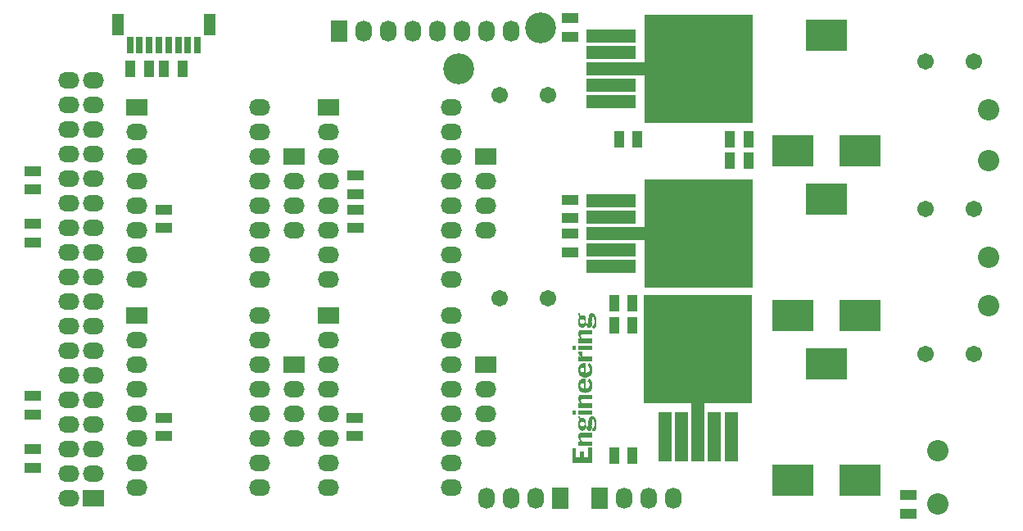
<source format=gts>
G04 Layer_Color=8388736*
%FSLAX44Y44*%
%MOMM*%
G71*
G01*
G75*
%ADD44R,1.8032X1.0032*%
%ADD45R,4.2032X3.2032*%
%ADD46R,1.0032X1.8032*%
%ADD47R,11.2032X11.2032*%
%ADD48R,1.4032X5.2032*%
%ADD49R,1.4032X8.2032*%
%ADD50R,11.2032X11.2032*%
%ADD51R,5.2032X1.4032*%
%ADD52R,8.2032X1.4032*%
%ADD53R,1.2032X2.2032*%
%ADD54R,0.8032X1.8032*%
%ADD55C,2.2032*%
%ADD56C,3.2032*%
%ADD57C,1.7032*%
%ADD58R,2.2032X1.7032*%
%ADD59O,2.2032X1.7032*%
%ADD60R,1.7032X2.2032*%
%ADD61O,1.7032X2.2032*%
G36*
X842532Y378746D02*
X833368D01*
Y378348D01*
X832172D01*
Y377949D01*
X831774D01*
Y377551D01*
X831375D01*
Y375957D01*
X831774D01*
Y375160D01*
X832172D01*
Y374762D01*
X832571D01*
Y374363D01*
X842532D01*
Y369581D01*
X828586D01*
Y374363D01*
X830180D01*
Y373965D01*
X830579D01*
Y374762D01*
X830180D01*
Y375558D01*
X829781D01*
Y375957D01*
X829383D01*
Y376355D01*
X828985D01*
Y377152D01*
X828586D01*
Y378348D01*
X828188D01*
Y380340D01*
X828586D01*
Y381535D01*
X828985D01*
Y381934D01*
X829383D01*
Y382332D01*
X829781D01*
Y382731D01*
X830579D01*
Y383129D01*
X842532D01*
Y378746D01*
D02*
G37*
G36*
Y362409D02*
X828586D01*
Y367191D01*
X842532D01*
Y362409D01*
D02*
G37*
G36*
X836555Y405841D02*
X838149D01*
Y406240D01*
X838548D01*
Y406638D01*
X839345D01*
Y407037D01*
X839743D01*
Y407834D01*
X840142D01*
Y411021D01*
X839743D01*
Y411818D01*
X839345D01*
Y412217D01*
X838946D01*
Y412615D01*
X838548D01*
Y413014D01*
X838149D01*
Y413412D01*
X838548D01*
Y414209D01*
X838946D01*
Y415006D01*
X839345D01*
Y415803D01*
X840142D01*
Y415405D01*
X840540D01*
Y415006D01*
X840938D01*
Y414608D01*
X841337D01*
Y414209D01*
X841735D01*
Y413412D01*
X842134D01*
Y412615D01*
X842532D01*
Y411420D01*
X842931D01*
Y405841D01*
X842532D01*
Y405045D01*
X842134D01*
Y404248D01*
X841735D01*
Y403451D01*
X841337D01*
Y403052D01*
X840938D01*
Y402654D01*
X840540D01*
Y402255D01*
X839743D01*
Y401857D01*
X838946D01*
Y401458D01*
X837751D01*
Y401060D01*
X833368D01*
Y401458D01*
X832172D01*
Y401857D01*
X831774D01*
Y402255D01*
X830977D01*
Y402654D01*
X830579D01*
Y403052D01*
X830180D01*
Y403451D01*
X829781D01*
Y403849D01*
X829383D01*
Y404646D01*
X828985D01*
Y405443D01*
X828586D01*
Y407037D01*
X828188D01*
Y410224D01*
X828586D01*
Y411818D01*
X828985D01*
Y412615D01*
X829383D01*
Y413412D01*
X829781D01*
Y413811D01*
X830180D01*
Y414209D01*
X830579D01*
Y414608D01*
X831375D01*
Y415006D01*
X831774D01*
Y415405D01*
X832969D01*
Y415803D01*
X834961D01*
Y416201D01*
X836555D01*
Y405841D01*
D02*
G37*
G36*
X839743Y399466D02*
X840142D01*
Y399068D01*
X840540D01*
Y398669D01*
X840938D01*
Y398271D01*
X841337D01*
Y397872D01*
X841735D01*
Y397075D01*
X842134D01*
Y396278D01*
X842532D01*
Y395481D01*
X842931D01*
Y389903D01*
X842532D01*
Y388708D01*
X842134D01*
Y387911D01*
X841735D01*
Y387512D01*
X841337D01*
Y387114D01*
X840938D01*
Y386715D01*
X840540D01*
Y386317D01*
X840142D01*
Y385918D01*
X839345D01*
Y385520D01*
X838149D01*
Y385121D01*
X836555D01*
Y384723D01*
X834961D01*
Y385121D01*
X832969D01*
Y385520D01*
X831774D01*
Y385918D01*
X831375D01*
Y386317D01*
X830977D01*
Y386715D01*
X830180D01*
Y387512D01*
X829781D01*
Y387911D01*
X829383D01*
Y388309D01*
X828985D01*
Y389505D01*
X828586D01*
Y391098D01*
X828188D01*
Y393888D01*
X828586D01*
Y395481D01*
X828985D01*
Y396677D01*
X829383D01*
Y397075D01*
X829781D01*
Y397872D01*
X830180D01*
Y398271D01*
X830977D01*
Y398669D01*
X831375D01*
Y399068D01*
X832172D01*
Y399466D01*
X833368D01*
Y399865D01*
X836555D01*
Y389903D01*
X838548D01*
Y390301D01*
X838946D01*
Y390700D01*
X839345D01*
Y391098D01*
X839743D01*
Y391895D01*
X840142D01*
Y395083D01*
X839743D01*
Y395880D01*
X839345D01*
Y396278D01*
X838946D01*
Y396677D01*
X838149D01*
Y397075D01*
X838548D01*
Y398271D01*
X838946D01*
Y399068D01*
X839345D01*
Y399865D01*
X839743D01*
Y399466D01*
D02*
G37*
G36*
X842532Y339298D02*
X832172D01*
Y338900D01*
X831774D01*
Y338502D01*
X831375D01*
Y336509D01*
X831774D01*
Y336111D01*
X832172D01*
Y335314D01*
X832571D01*
Y334915D01*
X842532D01*
Y330532D01*
X828586D01*
Y334915D01*
X830579D01*
Y335712D01*
X830180D01*
Y336111D01*
X829781D01*
Y336509D01*
X829383D01*
Y337306D01*
X828985D01*
Y338103D01*
X828586D01*
Y338900D01*
X828188D01*
Y340892D01*
X828586D01*
Y342088D01*
X828985D01*
Y342885D01*
X829383D01*
Y343283D01*
X830180D01*
Y343681D01*
X830977D01*
Y344080D01*
X842532D01*
Y339298D01*
D02*
G37*
G36*
Y313000D02*
X822609D01*
Y328142D01*
X826195D01*
Y318578D01*
X830579D01*
Y324555D01*
X834165D01*
Y318578D01*
X838946D01*
Y328540D01*
X842532D01*
Y313000D01*
D02*
G37*
G36*
X826195Y362409D02*
X822609D01*
Y367191D01*
X826195D01*
Y362409D01*
D02*
G37*
G36*
X843728Y360815D02*
X844525D01*
Y360417D01*
X844923D01*
Y360018D01*
X845322D01*
Y359620D01*
X845720D01*
Y359221D01*
X846118D01*
Y358425D01*
X846517D01*
Y357229D01*
X846915D01*
Y355237D01*
X847314D01*
Y349260D01*
X846915D01*
Y347268D01*
X846517D01*
Y346471D01*
X846118D01*
Y345674D01*
X845322D01*
Y345275D01*
X844126D01*
Y345674D01*
X843329D01*
Y346471D01*
X842931D01*
Y347268D01*
X842532D01*
Y348065D01*
X841735D01*
Y346869D01*
X841337D01*
Y346471D01*
X840938D01*
Y346072D01*
X838548D01*
Y346471D01*
X838149D01*
Y346869D01*
X837751D01*
Y347666D01*
X837352D01*
Y348065D01*
X836954D01*
Y349260D01*
X836157D01*
Y348463D01*
X835758D01*
Y347666D01*
X835360D01*
Y347268D01*
X834961D01*
Y346869D01*
X834563D01*
Y346471D01*
X833368D01*
Y346072D01*
X832969D01*
Y346471D01*
X832571D01*
Y346072D01*
X831774D01*
Y346471D01*
X830977D01*
Y346869D01*
X830180D01*
Y347268D01*
X829781D01*
Y347666D01*
X829383D01*
Y348463D01*
X828985D01*
Y349260D01*
X828586D01*
Y350854D01*
X828188D01*
Y354041D01*
X828586D01*
Y356034D01*
X828985D01*
Y357229D01*
X829383D01*
Y357628D01*
X829781D01*
Y358026D01*
X829383D01*
Y358425D01*
X828985D01*
Y359221D01*
X828586D01*
Y360417D01*
X828188D01*
Y361214D01*
X830579D01*
Y360417D01*
X830180D01*
Y359620D01*
X830579D01*
Y358823D01*
X831375D01*
Y359221D01*
X833766D01*
Y358823D01*
X834563D01*
Y358425D01*
X835360D01*
Y357628D01*
X835758D01*
Y357229D01*
X836157D01*
Y356034D01*
X836555D01*
Y351651D01*
X836954D01*
Y350455D01*
X837352D01*
Y350057D01*
X838149D01*
Y350455D01*
X838548D01*
Y351651D01*
X838946D01*
Y356831D01*
X839345D01*
Y358425D01*
X839743D01*
Y359221D01*
X840142D01*
Y360018D01*
X840540D01*
Y360417D01*
X840938D01*
Y360815D01*
X841735D01*
Y361214D01*
X843728D01*
Y360815D01*
D02*
G37*
G36*
X842532Y429351D02*
X842134D01*
Y429749D01*
X828985D01*
Y429351D01*
X828586D01*
Y434132D01*
X842532D01*
Y429351D01*
D02*
G37*
G36*
Y445687D02*
X832969D01*
Y445289D01*
X832172D01*
Y444891D01*
X831774D01*
Y444492D01*
X831375D01*
Y442898D01*
X831774D01*
Y442101D01*
X832172D01*
Y441703D01*
X832571D01*
Y441304D01*
X842532D01*
Y436523D01*
X828586D01*
Y441304D01*
X830180D01*
Y440906D01*
X830579D01*
Y442101D01*
X830180D01*
Y442500D01*
X829781D01*
Y442898D01*
X829383D01*
Y443297D01*
X828985D01*
Y444094D01*
X828586D01*
Y445289D01*
X828188D01*
Y447281D01*
X828586D01*
Y448078D01*
X828985D01*
Y448875D01*
X829383D01*
Y449274D01*
X829781D01*
Y449672D01*
X830977D01*
Y450071D01*
X842532D01*
Y445687D01*
D02*
G37*
G36*
X830579Y466408D02*
X830180D01*
Y465611D01*
X830579D01*
Y464814D01*
X831375D01*
Y465212D01*
X834165D01*
Y464814D01*
X834961D01*
Y464415D01*
X835360D01*
Y464017D01*
X835758D01*
Y463220D01*
X836157D01*
Y462423D01*
X836555D01*
Y457641D01*
X836954D01*
Y456446D01*
X838548D01*
Y458040D01*
X838946D01*
Y462821D01*
X839345D01*
Y464415D01*
X839743D01*
Y465611D01*
X840142D01*
Y466009D01*
X840540D01*
Y466408D01*
X840938D01*
Y466806D01*
X841337D01*
Y467204D01*
X844126D01*
Y466806D01*
X844923D01*
Y466408D01*
X845322D01*
Y466009D01*
X845720D01*
Y465212D01*
X846118D01*
Y464415D01*
X846517D01*
Y463618D01*
X846915D01*
Y461626D01*
X847314D01*
Y455251D01*
X846915D01*
Y453258D01*
X846517D01*
Y452461D01*
X846118D01*
Y452063D01*
X845720D01*
Y451664D01*
X845322D01*
Y451266D01*
X844525D01*
Y451664D01*
X843728D01*
Y452063D01*
X843329D01*
Y452461D01*
X842931D01*
Y453258D01*
X842532D01*
Y454055D01*
X841735D01*
Y452860D01*
X841337D01*
Y452461D01*
X840938D01*
Y452063D01*
X838946D01*
Y452461D01*
X838149D01*
Y452860D01*
X837751D01*
Y453657D01*
X837352D01*
Y454454D01*
X836954D01*
Y455251D01*
X836157D01*
Y454454D01*
X835758D01*
Y453657D01*
X835360D01*
Y453258D01*
X834563D01*
Y452860D01*
X834165D01*
Y452461D01*
X830977D01*
Y452860D01*
X830579D01*
Y453258D01*
X829781D01*
Y454055D01*
X829383D01*
Y454454D01*
X828985D01*
Y455251D01*
X828586D01*
Y456844D01*
X828188D01*
Y460431D01*
X828586D01*
Y462024D01*
X828985D01*
Y463220D01*
X829383D01*
Y463618D01*
X829781D01*
Y464415D01*
X829383D01*
Y464814D01*
X828985D01*
Y465212D01*
X828586D01*
Y466408D01*
X828188D01*
Y467603D01*
X830579D01*
Y466408D01*
D02*
G37*
G36*
X826195Y429351D02*
X825398D01*
Y429749D01*
X823008D01*
Y429351D01*
X822609D01*
Y434132D01*
X826195D01*
Y429351D01*
D02*
G37*
G36*
X832969Y426960D02*
X832571D01*
Y423374D01*
X832969D01*
Y422975D01*
X833368D01*
Y422577D01*
X842532D01*
Y417795D01*
X828586D01*
Y422577D01*
X830180D01*
Y422178D01*
X830977D01*
Y422975D01*
X830579D01*
Y423374D01*
X830180D01*
Y423772D01*
X829781D01*
Y424171D01*
X829383D01*
Y424569D01*
X828985D01*
Y425366D01*
X828586D01*
Y426960D01*
X828188D01*
Y427757D01*
X832969D01*
Y426960D01*
D02*
G37*
%LPC*%
G36*
X834165Y411021D02*
X831774D01*
Y410623D01*
X831375D01*
Y410224D01*
X830977D01*
Y409428D01*
X830579D01*
Y408232D01*
X830977D01*
Y407037D01*
X831375D01*
Y406638D01*
X831774D01*
Y406240D01*
X834165D01*
Y411021D01*
D02*
G37*
G36*
Y395083D02*
X832172D01*
Y394684D01*
X831375D01*
Y394286D01*
X830977D01*
Y393091D01*
X830579D01*
Y391895D01*
X830977D01*
Y391098D01*
X831375D01*
Y390700D01*
X831774D01*
Y390301D01*
X832571D01*
Y389903D01*
X834165D01*
Y395083D01*
D02*
G37*
G36*
X844525Y357229D02*
X843329D01*
Y356831D01*
X842931D01*
Y356034D01*
X842532D01*
Y352846D01*
X842134D01*
Y352448D01*
X842532D01*
Y351252D01*
X842134D01*
Y350854D01*
X842532D01*
Y349260D01*
X842931D01*
Y348862D01*
X843329D01*
Y348463D01*
X844126D01*
Y348862D01*
X844525D01*
Y349260D01*
X844923D01*
Y350455D01*
X845322D01*
Y355237D01*
X844923D01*
Y356432D01*
X844525D01*
Y357229D01*
D02*
G37*
G36*
X833368Y355237D02*
X831774D01*
Y354838D01*
X830977D01*
Y354440D01*
X830579D01*
Y353643D01*
X830180D01*
Y351651D01*
X830579D01*
Y351252D01*
X830977D01*
Y350854D01*
X831375D01*
Y350455D01*
X833766D01*
Y350854D01*
X834165D01*
Y351252D01*
X834563D01*
Y351651D01*
X834961D01*
Y354041D01*
X834563D01*
Y354440D01*
X834165D01*
Y354838D01*
X833368D01*
Y355237D01*
D02*
G37*
G36*
X844525Y463220D02*
X842931D01*
Y462423D01*
X842532D01*
Y459235D01*
X842134D01*
Y458438D01*
X842532D01*
Y457641D01*
X842134D01*
Y457243D01*
X842532D01*
Y455251D01*
X842931D01*
Y454852D01*
X843329D01*
Y454454D01*
X844126D01*
Y454852D01*
X844525D01*
Y455251D01*
X844923D01*
Y456446D01*
X845322D01*
Y461227D01*
X844923D01*
Y462821D01*
X844525D01*
Y463220D01*
D02*
G37*
G36*
X833766Y461227D02*
X831375D01*
Y460829D01*
X830977D01*
Y460431D01*
X830579D01*
Y460032D01*
X830180D01*
Y458040D01*
X830579D01*
Y457243D01*
X830977D01*
Y456844D01*
X831375D01*
Y456446D01*
X833766D01*
Y456844D01*
X834165D01*
Y457243D01*
X834563D01*
Y457641D01*
X834961D01*
Y460032D01*
X834563D01*
Y460431D01*
X834165D01*
Y460829D01*
X833766D01*
Y461227D01*
D02*
G37*
%LPD*%
D44*
X598000Y590500D02*
D03*
Y609500D02*
D03*
X1170000Y279500D02*
D03*
Y260500D02*
D03*
X265000Y614500D02*
D03*
Y595500D02*
D03*
Y559500D02*
D03*
Y540500D02*
D03*
Y327000D02*
D03*
Y308000D02*
D03*
Y382000D02*
D03*
Y363000D02*
D03*
X598000Y555500D02*
D03*
Y574500D02*
D03*
X820000Y549500D02*
D03*
Y530500D02*
D03*
Y584500D02*
D03*
Y565500D02*
D03*
Y772000D02*
D03*
Y753000D02*
D03*
X400000Y340500D02*
D03*
Y359500D02*
D03*
Y555500D02*
D03*
Y574500D02*
D03*
X597500Y340500D02*
D03*
Y359500D02*
D03*
D45*
X1120000Y295000D02*
D03*
X1050000D02*
D03*
X1085000Y415000D02*
D03*
Y585000D02*
D03*
X1050000Y465000D02*
D03*
X1120000D02*
D03*
Y635000D02*
D03*
X1050000D02*
D03*
X1085000Y755000D02*
D03*
D46*
X884500Y320000D02*
D03*
X865500D02*
D03*
X985500Y625000D02*
D03*
X1004500D02*
D03*
X985500Y647500D02*
D03*
X1004500D02*
D03*
X865500Y477500D02*
D03*
X884500D02*
D03*
X865500Y455000D02*
D03*
X884500D02*
D03*
X889500Y647500D02*
D03*
X870500D02*
D03*
X400500Y720000D02*
D03*
X419500D02*
D03*
X384500D02*
D03*
X365500D02*
D03*
D47*
X952500Y430250D02*
D03*
D48*
X986500Y339750D02*
D03*
X969500D02*
D03*
X935500D02*
D03*
X918500D02*
D03*
D49*
X952500Y354750D02*
D03*
D50*
X952750Y550000D02*
D03*
Y720000D02*
D03*
D51*
X862250Y516000D02*
D03*
Y533000D02*
D03*
Y567000D02*
D03*
Y584000D02*
D03*
Y686000D02*
D03*
Y703000D02*
D03*
Y737000D02*
D03*
Y754000D02*
D03*
D52*
X877250Y550000D02*
D03*
Y720000D02*
D03*
D53*
X447500Y765750D02*
D03*
X352500D02*
D03*
D54*
X435000Y744250D02*
D03*
X425000D02*
D03*
X415000D02*
D03*
X405000D02*
D03*
X395000D02*
D03*
X385000D02*
D03*
X375000D02*
D03*
X365000D02*
D03*
D55*
X1200000Y270000D02*
D03*
Y325000D02*
D03*
X1252500Y475000D02*
D03*
Y525000D02*
D03*
Y625000D02*
D03*
Y677500D02*
D03*
D56*
X790000Y762500D02*
D03*
X705000Y720000D02*
D03*
D57*
X1187500Y425000D02*
D03*
X1237500D02*
D03*
X1187500Y575000D02*
D03*
X1237500D02*
D03*
X1187500Y727500D02*
D03*
X1237500D02*
D03*
X797500Y482500D02*
D03*
X747500D02*
D03*
X797500Y692500D02*
D03*
X747500D02*
D03*
D58*
X535000Y414100D02*
D03*
X733000D02*
D03*
X535000Y629100D02*
D03*
X733000D02*
D03*
X570000Y465000D02*
D03*
Y680000D02*
D03*
X372500Y465000D02*
D03*
Y680000D02*
D03*
X327000Y276000D02*
D03*
D59*
X535000Y388700D02*
D03*
Y363300D02*
D03*
Y337900D02*
D03*
X733000Y388700D02*
D03*
Y363300D02*
D03*
Y337900D02*
D03*
X535000Y603700D02*
D03*
Y578300D02*
D03*
Y552900D02*
D03*
X733000Y603700D02*
D03*
Y578300D02*
D03*
Y552900D02*
D03*
X570000Y287200D02*
D03*
Y312600D02*
D03*
Y439600D02*
D03*
Y414200D02*
D03*
Y388800D02*
D03*
Y363400D02*
D03*
Y338000D02*
D03*
X697000D02*
D03*
Y363400D02*
D03*
Y388800D02*
D03*
Y414200D02*
D03*
Y439600D02*
D03*
Y465000D02*
D03*
Y312600D02*
D03*
Y287200D02*
D03*
Y502200D02*
D03*
Y527600D02*
D03*
Y680000D02*
D03*
Y654600D02*
D03*
Y629200D02*
D03*
Y603800D02*
D03*
Y578400D02*
D03*
Y553000D02*
D03*
X570000D02*
D03*
Y578400D02*
D03*
Y603800D02*
D03*
Y629200D02*
D03*
Y654600D02*
D03*
Y527600D02*
D03*
Y502200D02*
D03*
X499500Y287200D02*
D03*
Y312600D02*
D03*
Y465000D02*
D03*
Y439600D02*
D03*
Y414200D02*
D03*
Y388800D02*
D03*
Y363400D02*
D03*
Y338000D02*
D03*
X372500D02*
D03*
Y363400D02*
D03*
Y388800D02*
D03*
Y414200D02*
D03*
Y439600D02*
D03*
Y312600D02*
D03*
Y287200D02*
D03*
Y502200D02*
D03*
Y527600D02*
D03*
Y654600D02*
D03*
Y629200D02*
D03*
Y603800D02*
D03*
Y578400D02*
D03*
Y553000D02*
D03*
X499500D02*
D03*
Y578400D02*
D03*
Y603800D02*
D03*
Y629200D02*
D03*
Y654600D02*
D03*
Y680000D02*
D03*
Y527600D02*
D03*
Y502200D02*
D03*
X301600Y707800D02*
D03*
Y682400D02*
D03*
Y657000D02*
D03*
Y631600D02*
D03*
Y606200D02*
D03*
Y580800D02*
D03*
Y555400D02*
D03*
Y530000D02*
D03*
Y504600D02*
D03*
Y479200D02*
D03*
Y453800D02*
D03*
Y428400D02*
D03*
Y403000D02*
D03*
Y377600D02*
D03*
Y352200D02*
D03*
Y326800D02*
D03*
Y301400D02*
D03*
Y276000D02*
D03*
X327000Y707800D02*
D03*
Y682400D02*
D03*
Y657000D02*
D03*
Y631600D02*
D03*
Y606200D02*
D03*
Y580800D02*
D03*
Y555400D02*
D03*
Y530000D02*
D03*
Y504600D02*
D03*
Y479200D02*
D03*
Y453800D02*
D03*
Y428400D02*
D03*
Y403000D02*
D03*
Y377600D02*
D03*
Y352200D02*
D03*
Y326800D02*
D03*
Y301400D02*
D03*
D60*
X850240Y276000D02*
D03*
X809600D02*
D03*
X581000Y758600D02*
D03*
D61*
X875640Y276000D02*
D03*
X901040D02*
D03*
X926440D02*
D03*
X784200D02*
D03*
X758800D02*
D03*
X733400D02*
D03*
X758800Y758600D02*
D03*
X733400D02*
D03*
X606400D02*
D03*
X631800D02*
D03*
X657200D02*
D03*
X682600D02*
D03*
X708000D02*
D03*
M02*

</source>
